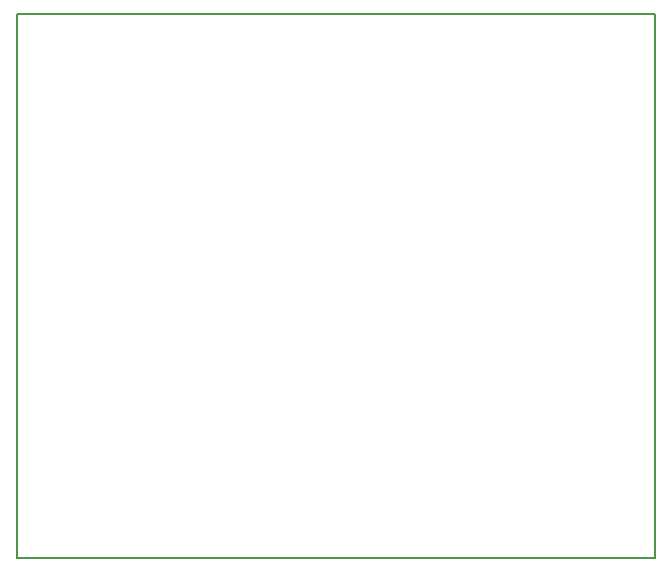
<source format=gbr>
G04 DipTrace 3.2.0.1*
G04 BoardOutline.gbr*
%MOIN*%
G04 #@! TF.FileFunction,Profile*
G04 #@! TF.Part,Single*
%ADD11C,0.005512*%
%FSLAX26Y26*%
G04*
G70*
G90*
G75*
G01*
G04 BoardOutline*
%LPD*%
X393701Y2204724D2*
D11*
X2519685D1*
Y393701D1*
X393701D1*
Y2204724D1*
M02*

</source>
